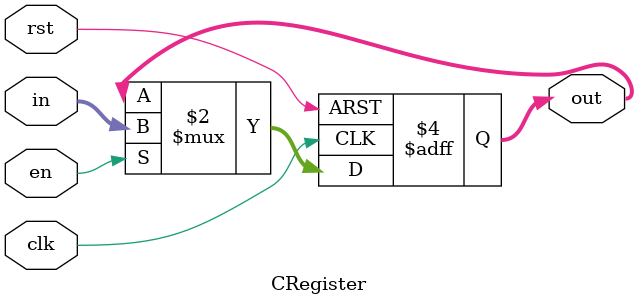
<source format=v>
`timescale 1ns/1ps
module CRegister(in, en, rst, clk, out);
    parameter N = 16;

    input [N-1:0] in;
    input en, clk, rst;

    output reg [N-1:0] out;

    always @(posedge clk or posedge rst) begin
        if (rst)
            out <= {N{1'b0}};
        else if (en)
            out <= in;
    end

endmodule
</source>
